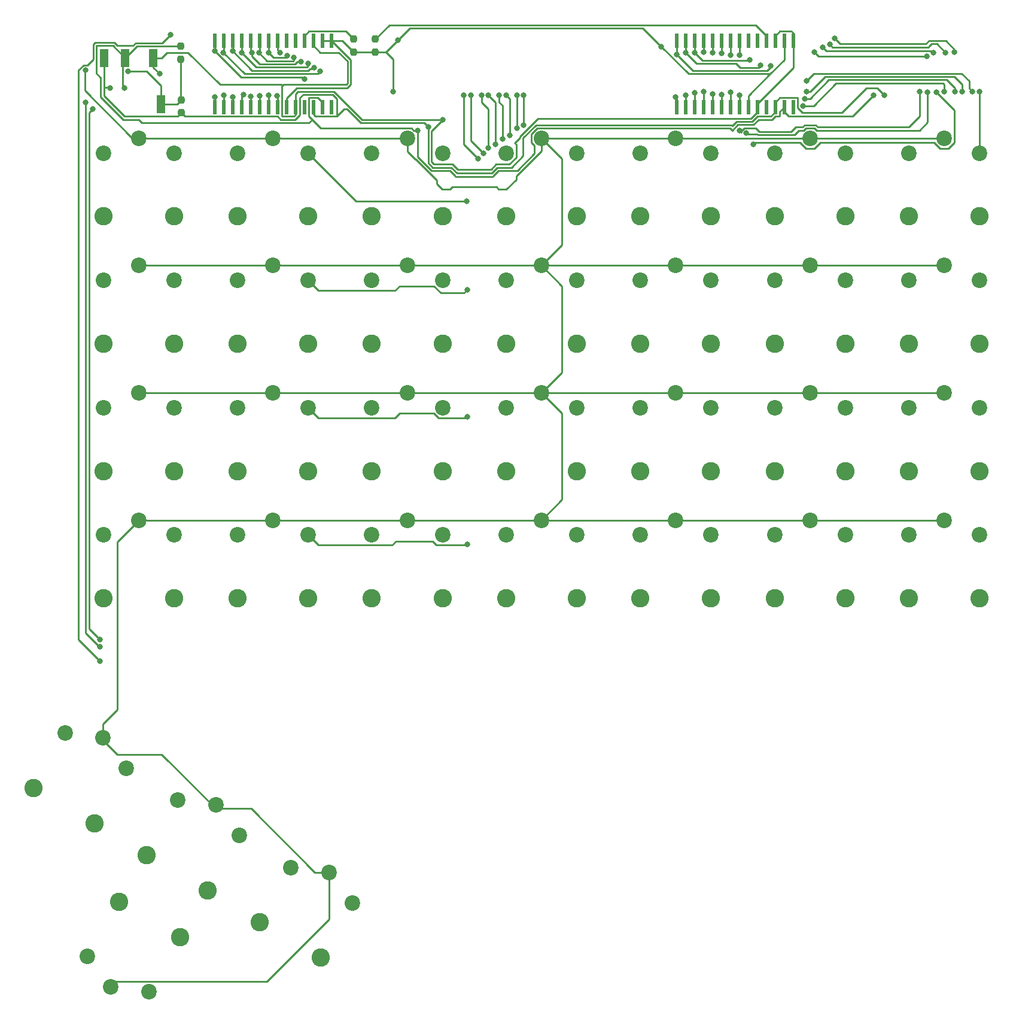
<source format=gbr>
%TF.GenerationSoftware,KiCad,Pcbnew,(6.0.11)*%
%TF.CreationDate,2023-06-02T23:59:17-07:00*%
%TF.ProjectId,MageV2,4d616765-5632-42e6-9b69-6361645f7063,rev?*%
%TF.SameCoordinates,Original*%
%TF.FileFunction,Copper,L1,Top*%
%TF.FilePolarity,Positive*%
%FSLAX46Y46*%
G04 Gerber Fmt 4.6, Leading zero omitted, Abs format (unit mm)*
G04 Created by KiCad (PCBNEW (6.0.11)) date 2023-06-02 23:59:17*
%MOMM*%
%LPD*%
G01*
G04 APERTURE LIST*
G04 Aperture macros list*
%AMRoundRect*
0 Rectangle with rounded corners*
0 $1 Rounding radius*
0 $2 $3 $4 $5 $6 $7 $8 $9 X,Y pos of 4 corners*
0 Add a 4 corners polygon primitive as box body*
4,1,4,$2,$3,$4,$5,$6,$7,$8,$9,$2,$3,0*
0 Add four circle primitives for the rounded corners*
1,1,$1+$1,$2,$3*
1,1,$1+$1,$4,$5*
1,1,$1+$1,$6,$7*
1,1,$1+$1,$8,$9*
0 Add four rect primitives between the rounded corners*
20,1,$1+$1,$2,$3,$4,$5,0*
20,1,$1+$1,$4,$5,$6,$7,0*
20,1,$1+$1,$6,$7,$8,$9,0*
20,1,$1+$1,$8,$9,$2,$3,0*%
G04 Aperture macros list end*
%TA.AperFunction,ComponentPad*%
%ADD10C,2.600000*%
%TD*%
%TA.AperFunction,ComponentPad*%
%ADD11C,2.200000*%
%TD*%
%TA.AperFunction,SMDPad,CuDef*%
%ADD12RoundRect,0.237500X-0.237500X0.250000X-0.237500X-0.250000X0.237500X-0.250000X0.237500X0.250000X0*%
%TD*%
%TA.AperFunction,SMDPad,CuDef*%
%ADD13R,1.200000X2.500000*%
%TD*%
%TA.AperFunction,SMDPad,CuDef*%
%ADD14R,0.600000X2.000000*%
%TD*%
%TA.AperFunction,SMDPad,CuDef*%
%ADD15RoundRect,0.237500X0.237500X-0.250000X0.237500X0.250000X-0.237500X0.250000X-0.237500X-0.250000X0*%
%TD*%
%TA.AperFunction,ViaPad*%
%ADD16C,0.800000*%
%TD*%
%TA.AperFunction,Conductor*%
%ADD17C,0.250000*%
%TD*%
G04 APERTURE END LIST*
D10*
%TO.P,SW25,*%
%TO.N,*%
X84000000Y-60150000D03*
D11*
%TO.P,SW25,1,1*%
%TO.N,+5V*%
X89000000Y-49100000D03*
%TO.P,SW25,2,2*%
%TO.N,Net-(SW25-Pad2)*%
X94000000Y-51200000D03*
%TD*%
D10*
%TO.P,SW5,*%
%TO.N,*%
X179000000Y-60150000D03*
D11*
%TO.P,SW5,1,1*%
%TO.N,+5V*%
X184000000Y-49100000D03*
%TO.P,SW5,2,2*%
%TO.N,Net-(SW37-Pad2)*%
X189000000Y-51200000D03*
%TD*%
D10*
%TO.P,SW12,*%
%TO.N,*%
X160000000Y-114150000D03*
D11*
%TO.P,SW12,1,1*%
%TO.N,+5V*%
X165000000Y-103100000D03*
%TO.P,SW12,2,2*%
%TO.N,Net-(SW12-Pad2)*%
X170000000Y-105200000D03*
%TD*%
D10*
%TO.P,SW6,*%
%TO.N,*%
X179000000Y-78150000D03*
D11*
%TO.P,SW6,1,1*%
%TO.N,+5V*%
X184000000Y-67100000D03*
%TO.P,SW6,2,2*%
%TO.N,Net-(SW38-Pad2)*%
X189000000Y-69200000D03*
%TD*%
D10*
%TO.P,SW7,*%
%TO.N,*%
X179000000Y-96150000D03*
D11*
%TO.P,SW7,1,1*%
%TO.N,+5V*%
X184000000Y-85100000D03*
%TO.P,SW7,2,2*%
%TO.N,Net-(SW39-Pad2)*%
X189000000Y-87200000D03*
%TD*%
D10*
%TO.P,SW19,*%
%TO.N,*%
X122000000Y-96150000D03*
D11*
%TO.P,SW19,1,1*%
%TO.N,+5V*%
X127000000Y-85100000D03*
%TO.P,SW19,2,2*%
%TO.N,Net-(SW19-Pad2)*%
X132000000Y-87200000D03*
%TD*%
D12*
%TO.P,R2,1*%
%TO.N,/SDA*%
X94935000Y-36087500D03*
%TO.P,R2,2*%
%TO.N,+5V*%
X94935000Y-37912500D03*
%TD*%
D10*
%TO.P,SW3,*%
%TO.N,*%
X198000000Y-96150000D03*
D11*
%TO.P,SW3,1,1*%
%TO.N,+5V*%
X203000000Y-85100000D03*
%TO.P,SW3,2,2*%
%TO.N,Net-(SW3-Pad2)*%
X208000000Y-87200000D03*
%TD*%
D10*
%TO.P,SW9,*%
%TO.N,*%
X160000000Y-60150000D03*
D11*
%TO.P,SW9,1,1*%
%TO.N,+5V*%
X165000000Y-49100000D03*
%TO.P,SW9,2,2*%
%TO.N,Net-(SW41-Pad2)*%
X170000000Y-51200000D03*
%TD*%
D10*
%TO.P,SW14,*%
%TO.N,*%
X141000000Y-78150000D03*
D11*
%TO.P,SW14,1,1*%
%TO.N,+5V*%
X146000000Y-67100000D03*
%TO.P,SW14,2,2*%
%TO.N,Net-(SW14-Pad2)*%
X151000000Y-69200000D03*
%TD*%
D10*
%TO.P,SW1,*%
%TO.N,*%
X198000000Y-60150000D03*
D11*
%TO.P,SW1,1,1*%
%TO.N,+5V*%
X203000000Y-49100000D03*
%TO.P,SW1,2,2*%
%TO.N,Net-(SW1-Pad2)*%
X208000000Y-51200000D03*
%TD*%
D10*
%TO.P,SW32,*%
%TO.N,*%
X106094873Y-159960031D03*
D11*
%TO.P,SW32,1,1*%
%TO.N,+5V*%
X115950000Y-152890450D03*
%TO.P,SW32,2,2*%
%TO.N,Net-(SW32-Pad2)*%
X119230127Y-157209103D03*
%TD*%
D10*
%TO.P,SW20,*%
%TO.N,*%
X122000000Y-114150000D03*
D11*
%TO.P,SW20,1,1*%
%TO.N,+5V*%
X127000000Y-103100000D03*
%TO.P,SW20,2,2*%
%TO.N,Net-(SW20-Pad2)*%
X132000000Y-105200000D03*
%TD*%
D10*
%TO.P,SW29,*%
%TO.N,*%
X74094873Y-140960031D03*
D11*
%TO.P,SW29,1,1*%
%TO.N,+5V*%
X83950000Y-133890450D03*
%TO.P,SW29,2,2*%
%TO.N,Net-(SW29-Pad2)*%
X87230127Y-138209103D03*
%TD*%
D10*
%TO.P,SW10,*%
%TO.N,*%
X160000000Y-78150000D03*
D11*
%TO.P,SW10,1,1*%
%TO.N,+5V*%
X165000000Y-67100000D03*
%TO.P,SW10,2,2*%
%TO.N,Net-(SW10-Pad2)*%
X170000000Y-69200000D03*
%TD*%
D13*
%TO.P,J1,R1*%
%TO.N,/SDA*%
X87095000Y-37750000D03*
%TO.P,J1,R2*%
%TO.N,/SCK*%
X84095000Y-37750000D03*
%TO.P,J1,S*%
%TO.N,+5V*%
X92195000Y-44250000D03*
%TO.P,J1,T*%
%TO.N,GND*%
X91095000Y-37750000D03*
%TD*%
D10*
%TO.P,SW8,*%
%TO.N,*%
X179000000Y-114150000D03*
D11*
%TO.P,SW8,1,1*%
%TO.N,+5V*%
X184000000Y-103100000D03*
%TO.P,SW8,2,2*%
%TO.N,Net-(SW40-Pad2)*%
X189000000Y-105200000D03*
%TD*%
D10*
%TO.P,SW31,*%
%TO.N,*%
X90094873Y-150460031D03*
D11*
%TO.P,SW31,1,1*%
%TO.N,+5V*%
X99950000Y-143390450D03*
%TO.P,SW31,2,2*%
%TO.N,Net-(SW31-Pad2)*%
X103230127Y-147709103D03*
%TD*%
D10*
%TO.P,SW15,*%
%TO.N,*%
X141000000Y-96150000D03*
D11*
%TO.P,SW15,1,1*%
%TO.N,+5V*%
X146000000Y-85100000D03*
%TO.P,SW15,2,2*%
%TO.N,Net-(SW15-Pad2)*%
X151000000Y-87200000D03*
%TD*%
D10*
%TO.P,SW2,*%
%TO.N,*%
X198000000Y-78150000D03*
D11*
%TO.P,SW2,1,1*%
%TO.N,+5V*%
X203000000Y-67100000D03*
%TO.P,SW2,2,2*%
%TO.N,Net-(SW2-Pad2)*%
X208000000Y-69200000D03*
%TD*%
D12*
%TO.P,R3,1*%
%TO.N,/Reset 1*%
X122500000Y-35087500D03*
%TO.P,R3,2*%
%TO.N,+5V*%
X122500000Y-36912500D03*
%TD*%
D14*
%TO.P,U1,1,GPB0*%
%TO.N,Net-(SW1-Pad2)*%
X165110000Y-44700000D03*
%TO.P,U1,2,GPB1*%
%TO.N,Net-(SW2-Pad2)*%
X166380000Y-44700000D03*
%TO.P,U1,3,GPB2*%
%TO.N,Net-(SW3-Pad2)*%
X167650000Y-44700000D03*
%TO.P,U1,4,GPB3*%
%TO.N,Net-(SW36-Pad2)*%
X168920000Y-44700000D03*
%TO.P,U1,5,GPB4*%
%TO.N,Net-(SW37-Pad2)*%
X170190000Y-44700000D03*
%TO.P,U1,6,GPB5*%
%TO.N,Net-(SW38-Pad2)*%
X171460000Y-44700000D03*
%TO.P,U1,7,GPB6*%
%TO.N,Net-(SW39-Pad2)*%
X172730000Y-44700000D03*
%TO.P,U1,8,GPB7*%
%TO.N,Net-(SW40-Pad2)*%
X174000000Y-44700000D03*
%TO.P,U1,9,VDD*%
%TO.N,+5V*%
X175270000Y-44700000D03*
%TO.P,U1,10,VSS*%
%TO.N,GND*%
X176540000Y-44700000D03*
%TO.P,U1,11,NC*%
%TO.N,unconnected-(U1-Pad11)*%
X177810000Y-44700000D03*
%TO.P,U1,12,SCK*%
%TO.N,/SCK*%
X179080000Y-44700000D03*
%TO.P,U1,13,SDA*%
%TO.N,/SDA*%
X180350000Y-44700000D03*
%TO.P,U1,14,NC*%
%TO.N,unconnected-(U1-Pad14)*%
X181620000Y-44700000D03*
%TO.P,U1,15,A0*%
%TO.N,GND*%
X181620000Y-35300000D03*
%TO.P,U1,16,A1*%
%TO.N,+5V*%
X180350000Y-35300000D03*
%TO.P,U1,17,A2*%
%TO.N,GND*%
X179080000Y-35300000D03*
%TO.P,U1,18,~{RESET}*%
%TO.N,/Reset 1*%
X177810000Y-35300000D03*
%TO.P,U1,19,INTB*%
%TO.N,unconnected-(U1-Pad19)*%
X176540000Y-35300000D03*
%TO.P,U1,20,INTA*%
%TO.N,unconnected-(U1-Pad20)*%
X175270000Y-35300000D03*
%TO.P,U1,21,GPA0*%
%TO.N,Net-(SW41-Pad2)*%
X174000000Y-35300000D03*
%TO.P,U1,22,GPA1*%
%TO.N,Net-(SW10-Pad2)*%
X172730000Y-35300000D03*
%TO.P,U1,23,GPA2*%
%TO.N,Net-(SW11-Pad2)*%
X171460000Y-35300000D03*
%TO.P,U1,24,GPA3*%
%TO.N,Net-(SW12-Pad2)*%
X170190000Y-35300000D03*
%TO.P,U1,25,GPA4*%
%TO.N,Net-(SW13-Pad2)*%
X168920000Y-35300000D03*
%TO.P,U1,26,GPA5*%
%TO.N,Net-(SW14-Pad2)*%
X167650000Y-35300000D03*
%TO.P,U1,27,GPA6*%
%TO.N,Net-(SW15-Pad2)*%
X166380000Y-35300000D03*
%TO.P,U1,28,GPA7*%
%TO.N,Net-(SW16-Pad2)*%
X165110000Y-35300000D03*
%TD*%
D10*
%TO.P,SW11,*%
%TO.N,*%
X160000000Y-96150000D03*
D11*
%TO.P,SW11,1,1*%
%TO.N,+5V*%
X165000000Y-85100000D03*
%TO.P,SW11,2,2*%
%TO.N,Net-(SW11-Pad2)*%
X170000000Y-87200000D03*
%TD*%
D10*
%TO.P,SW30,*%
%TO.N,*%
X94905127Y-162039969D03*
D11*
%TO.P,SW30,1,1*%
%TO.N,+5V*%
X85050000Y-169109550D03*
%TO.P,SW30,2,2*%
%TO.N,Net-(SW30-Pad2)*%
X81769873Y-164790897D03*
%TD*%
D12*
%TO.P,R4,1*%
%TO.N,/Reset 2*%
X119412500Y-35087500D03*
%TO.P,R4,2*%
%TO.N,+5V*%
X119412500Y-36912500D03*
%TD*%
D10*
%TO.P,SW22,*%
%TO.N,*%
X103000000Y-78150000D03*
D11*
%TO.P,SW22,1,1*%
%TO.N,+5V*%
X108000000Y-67100000D03*
%TO.P,SW22,2,2*%
%TO.N,Net-(SW22-Pad2)*%
X113000000Y-69200000D03*
%TD*%
D10*
%TO.P,SW4,*%
%TO.N,*%
X198000000Y-114150000D03*
D11*
%TO.P,SW4,1,1*%
%TO.N,+5V*%
X203000000Y-103100000D03*
%TO.P,SW4,2,2*%
%TO.N,Net-(SW36-Pad2)*%
X208000000Y-105200000D03*
%TD*%
D10*
%TO.P,SW21,*%
%TO.N,*%
X103000000Y-60150000D03*
D11*
%TO.P,SW21,1,1*%
%TO.N,+5V*%
X108000000Y-49100000D03*
%TO.P,SW21,2,2*%
%TO.N,Net-(SW21-Pad2)*%
X113000000Y-51200000D03*
%TD*%
D10*
%TO.P,SW17,*%
%TO.N,*%
X122000000Y-60150000D03*
D11*
%TO.P,SW17,1,1*%
%TO.N,+5V*%
X127000000Y-49100000D03*
%TO.P,SW17,2,2*%
%TO.N,Net-(SW17-Pad2)*%
X132000000Y-51200000D03*
%TD*%
D10*
%TO.P,SW16,*%
%TO.N,*%
X141000000Y-114150000D03*
D11*
%TO.P,SW16,1,1*%
%TO.N,+5V*%
X146000000Y-103100000D03*
%TO.P,SW16,2,2*%
%TO.N,Net-(SW16-Pad2)*%
X151000000Y-105200000D03*
%TD*%
D15*
%TO.P,R1,1*%
%TO.N,/SCK*%
X95000000Y-45490552D03*
%TO.P,R1,2*%
%TO.N,+5V*%
X95000000Y-43665552D03*
%TD*%
D10*
%TO.P,SW26,*%
%TO.N,*%
X84000000Y-78150000D03*
D11*
%TO.P,SW26,1,1*%
%TO.N,+5V*%
X89000000Y-67100000D03*
%TO.P,SW26,2,2*%
%TO.N,Net-(SW26-Pad2)*%
X94000000Y-69200000D03*
%TD*%
D14*
%TO.P,U2,1,GPB0*%
%TO.N,Net-(SW17-Pad2)*%
X99745000Y-44700000D03*
%TO.P,U2,2,GPB1*%
%TO.N,Net-(SW18-Pad2)*%
X101015000Y-44700000D03*
%TO.P,U2,3,GPB2*%
%TO.N,Net-(SW19-Pad2)*%
X102285000Y-44700000D03*
%TO.P,U2,4,GPB3*%
%TO.N,Net-(SW20-Pad2)*%
X103555000Y-44700000D03*
%TO.P,U2,5,GPB4*%
%TO.N,Net-(SW21-Pad2)*%
X104825000Y-44700000D03*
%TO.P,U2,6,GPB5*%
%TO.N,Net-(SW22-Pad2)*%
X106095000Y-44700000D03*
%TO.P,U2,7,GPB6*%
%TO.N,Net-(SW23-Pad2)*%
X107365000Y-44700000D03*
%TO.P,U2,8,GPB7*%
%TO.N,Net-(SW24-Pad2)*%
X108635000Y-44700000D03*
%TO.P,U2,9,VDD*%
%TO.N,+5V*%
X109905000Y-44700000D03*
%TO.P,U2,10,VSS*%
%TO.N,GND*%
X111175000Y-44700000D03*
%TO.P,U2,11,NC*%
%TO.N,unconnected-(U2-Pad11)*%
X112445000Y-44700000D03*
%TO.P,U2,12,SCK*%
%TO.N,/SCK*%
X113715000Y-44700000D03*
%TO.P,U2,13,SDA*%
%TO.N,/SDA*%
X114985000Y-44700000D03*
%TO.P,U2,14,NC*%
%TO.N,unconnected-(U2-Pad14)*%
X116255000Y-44700000D03*
%TO.P,U2,15,A0*%
%TO.N,+5V*%
X116255000Y-35300000D03*
%TO.P,U2,16,A1*%
X114985000Y-35300000D03*
%TO.P,U2,17,A2*%
%TO.N,GND*%
X113715000Y-35300000D03*
%TO.P,U2,18,~{RESET}*%
%TO.N,/Reset 2*%
X112445000Y-35300000D03*
%TO.P,U2,19,INTB*%
%TO.N,unconnected-(U2-Pad19)*%
X111175000Y-35300000D03*
%TO.P,U2,20,INTA*%
%TO.N,unconnected-(U2-Pad20)*%
X109905000Y-35300000D03*
%TO.P,U2,21,GPA0*%
%TO.N,Net-(SW25-Pad2)*%
X108635000Y-35300000D03*
%TO.P,U2,22,GPA1*%
%TO.N,Net-(SW26-Pad2)*%
X107365000Y-35300000D03*
%TO.P,U2,23,GPA2*%
%TO.N,Net-(SW27-Pad2)*%
X106095000Y-35300000D03*
%TO.P,U2,24,GPA3*%
%TO.N,Net-(SW28-Pad2)*%
X104825000Y-35300000D03*
%TO.P,U2,25,GPA4*%
%TO.N,Net-(SW29-Pad2)*%
X103555000Y-35300000D03*
%TO.P,U2,26,GPA5*%
%TO.N,Net-(SW30-Pad2)*%
X102285000Y-35300000D03*
%TO.P,U2,27,GPA6*%
%TO.N,Net-(SW31-Pad2)*%
X101015000Y-35300000D03*
%TO.P,U2,28,GPA7*%
%TO.N,Net-(SW32-Pad2)*%
X99745000Y-35300000D03*
%TD*%
D10*
%TO.P,SW24,*%
%TO.N,*%
X103000000Y-114150000D03*
D11*
%TO.P,SW24,1,1*%
%TO.N,+5V*%
X108000000Y-103100000D03*
%TO.P,SW24,2,2*%
%TO.N,Net-(SW24-Pad2)*%
X113000000Y-105200000D03*
%TD*%
D10*
%TO.P,SW18,*%
%TO.N,*%
X122000000Y-78150000D03*
D11*
%TO.P,SW18,1,1*%
%TO.N,+5V*%
X127000000Y-67100000D03*
%TO.P,SW18,2,2*%
%TO.N,Net-(SW18-Pad2)*%
X132000000Y-69200000D03*
%TD*%
D10*
%TO.P,SW27,*%
%TO.N,*%
X84000000Y-96150000D03*
D11*
%TO.P,SW27,1,1*%
%TO.N,+5V*%
X89000000Y-85100000D03*
%TO.P,SW27,2,2*%
%TO.N,Net-(SW27-Pad2)*%
X94000000Y-87200000D03*
%TD*%
D10*
%TO.P,SW28,*%
%TO.N,*%
X84000000Y-114150000D03*
D11*
%TO.P,SW28,1,1*%
%TO.N,+5V*%
X89000000Y-103100000D03*
%TO.P,SW28,2,2*%
%TO.N,Net-(SW28-Pad2)*%
X94000000Y-105200000D03*
%TD*%
D10*
%TO.P,SW13,*%
%TO.N,*%
X141000000Y-60150000D03*
D11*
%TO.P,SW13,1,1*%
%TO.N,+5V*%
X146000000Y-49100000D03*
%TO.P,SW13,2,2*%
%TO.N,Net-(SW13-Pad2)*%
X151000000Y-51200000D03*
%TD*%
D10*
%TO.P,SW23,*%
%TO.N,*%
X103000000Y-96150000D03*
D11*
%TO.P,SW23,1,1*%
%TO.N,+5V*%
X108000000Y-85100000D03*
%TO.P,SW23,2,2*%
%TO.N,Net-(SW23-Pad2)*%
X113000000Y-87200000D03*
%TD*%
D10*
%TO.P,SW38,*%
%TO.N,*%
X189000000Y-78150000D03*
D11*
%TO.P,SW38,1,1*%
%TO.N,+5V*%
X184000000Y-67100000D03*
%TO.P,SW38,2,2*%
%TO.N,Net-(SW38-Pad2)*%
X179000000Y-69200000D03*
%TD*%
D10*
%TO.P,SW57,*%
%TO.N,*%
X94000000Y-60150000D03*
D11*
%TO.P,SW57,1,1*%
%TO.N,+5V*%
X89000000Y-49100000D03*
%TO.P,SW57,2,2*%
%TO.N,Net-(SW25-Pad2)*%
X84000000Y-51200000D03*
%TD*%
D10*
%TO.P,SW47,*%
%TO.N,*%
X151000000Y-96150000D03*
D11*
%TO.P,SW47,1,1*%
%TO.N,+5V*%
X146000000Y-85100000D03*
%TO.P,SW47,2,2*%
%TO.N,Net-(SW15-Pad2)*%
X141000000Y-87200000D03*
%TD*%
D10*
%TO.P,SW45,*%
%TO.N,*%
X151000000Y-60150000D03*
D11*
%TO.P,SW45,1,1*%
%TO.N,+5V*%
X146000000Y-49100000D03*
%TO.P,SW45,2,2*%
%TO.N,Net-(SW13-Pad2)*%
X141000000Y-51200000D03*
%TD*%
D10*
%TO.P,SW37,*%
%TO.N,*%
X189000000Y-60150000D03*
D11*
%TO.P,SW37,1,1*%
%TO.N,+5V*%
X184000000Y-49100000D03*
%TO.P,SW37,2,2*%
%TO.N,Net-(SW37-Pad2)*%
X179000000Y-51200000D03*
%TD*%
D10*
%TO.P,SW33,*%
%TO.N,*%
X208000000Y-60150000D03*
D11*
%TO.P,SW33,1,1*%
%TO.N,+5V*%
X203000000Y-49100000D03*
%TO.P,SW33,2,2*%
%TO.N,Net-(SW1-Pad2)*%
X198000000Y-51200000D03*
%TD*%
D10*
%TO.P,SW42,*%
%TO.N,*%
X170000000Y-78150000D03*
D11*
%TO.P,SW42,1,1*%
%TO.N,+5V*%
X165000000Y-67100000D03*
%TO.P,SW42,2,2*%
%TO.N,Net-(SW10-Pad2)*%
X160000000Y-69200000D03*
%TD*%
D10*
%TO.P,SW35,*%
%TO.N,*%
X208000000Y-96150000D03*
D11*
%TO.P,SW35,1,1*%
%TO.N,+5V*%
X203000000Y-85100000D03*
%TO.P,SW35,2,2*%
%TO.N,Net-(SW3-Pad2)*%
X198000000Y-87200000D03*
%TD*%
D10*
%TO.P,SW34,*%
%TO.N,*%
X208000000Y-78150000D03*
D11*
%TO.P,SW34,1,1*%
%TO.N,+5V*%
X203000000Y-67100000D03*
%TO.P,SW34,2,2*%
%TO.N,Net-(SW2-Pad2)*%
X198000000Y-69200000D03*
%TD*%
D10*
%TO.P,SW63,*%
%TO.N,*%
X98755127Y-155460031D03*
D11*
%TO.P,SW63,1,1*%
%TO.N,+5V*%
X99950000Y-143390450D03*
%TO.P,SW63,2,2*%
%TO.N,Net-(SW31-Pad2)*%
X94569873Y-142709103D03*
%TD*%
D10*
%TO.P,SW49,*%
%TO.N,*%
X132000000Y-60150000D03*
D11*
%TO.P,SW49,1,1*%
%TO.N,+5V*%
X127000000Y-49100000D03*
%TO.P,SW49,2,2*%
%TO.N,Net-(SW17-Pad2)*%
X122000000Y-51200000D03*
%TD*%
D10*
%TO.P,SW55,*%
%TO.N,*%
X113000000Y-96150000D03*
D11*
%TO.P,SW55,1,1*%
%TO.N,+5V*%
X108000000Y-85100000D03*
%TO.P,SW55,2,2*%
%TO.N,Net-(SW23-Pad2)*%
X103000000Y-87200000D03*
%TD*%
D10*
%TO.P,SW53,*%
%TO.N,*%
X113000000Y-60150000D03*
D11*
%TO.P,SW53,1,1*%
%TO.N,+5V*%
X108000000Y-49100000D03*
%TO.P,SW53,2,2*%
%TO.N,Net-(SW21-Pad2)*%
X103000000Y-51200000D03*
%TD*%
D10*
%TO.P,SW40,*%
%TO.N,*%
X189000000Y-114150000D03*
D11*
%TO.P,SW40,1,1*%
%TO.N,+5V*%
X184000000Y-103100000D03*
%TO.P,SW40,2,2*%
%TO.N,Net-(SW40-Pad2)*%
X179000000Y-105200000D03*
%TD*%
D10*
%TO.P,SW43,*%
%TO.N,*%
X170000000Y-96150000D03*
D11*
%TO.P,SW43,1,1*%
%TO.N,+5V*%
X165000000Y-85100000D03*
%TO.P,SW43,2,2*%
%TO.N,Net-(SW11-Pad2)*%
X160000000Y-87200000D03*
%TD*%
D10*
%TO.P,SW56,*%
%TO.N,*%
X113000000Y-114150000D03*
D11*
%TO.P,SW56,1,1*%
%TO.N,+5V*%
X108000000Y-103100000D03*
%TO.P,SW56,2,2*%
%TO.N,Net-(SW24-Pad2)*%
X103000000Y-105200000D03*
%TD*%
D10*
%TO.P,SW46,*%
%TO.N,*%
X151000000Y-78150000D03*
D11*
%TO.P,SW46,1,1*%
%TO.N,+5V*%
X146000000Y-67100000D03*
%TO.P,SW46,2,2*%
%TO.N,Net-(SW14-Pad2)*%
X141000000Y-69200000D03*
%TD*%
D10*
%TO.P,SW51,*%
%TO.N,*%
X132000000Y-96150000D03*
D11*
%TO.P,SW51,1,1*%
%TO.N,+5V*%
X127000000Y-85100000D03*
%TO.P,SW51,2,2*%
%TO.N,Net-(SW19-Pad2)*%
X122000000Y-87200000D03*
%TD*%
D10*
%TO.P,SW50,*%
%TO.N,*%
X132000000Y-78150000D03*
D11*
%TO.P,SW50,1,1*%
%TO.N,+5V*%
X127000000Y-67100000D03*
%TO.P,SW50,2,2*%
%TO.N,Net-(SW18-Pad2)*%
X122000000Y-69200000D03*
%TD*%
D10*
%TO.P,SW62,*%
%TO.N,*%
X86244873Y-157039969D03*
D11*
%TO.P,SW62,1,1*%
%TO.N,+5V*%
X85050000Y-169109550D03*
%TO.P,SW62,2,2*%
%TO.N,Net-(SW30-Pad2)*%
X90430127Y-169790897D03*
%TD*%
D10*
%TO.P,SW64,*%
%TO.N,*%
X114755127Y-164960031D03*
D11*
%TO.P,SW64,1,1*%
%TO.N,+5V*%
X115950000Y-152890450D03*
%TO.P,SW64,2,2*%
%TO.N,Net-(SW32-Pad2)*%
X110569873Y-152209103D03*
%TD*%
D10*
%TO.P,SW54,*%
%TO.N,*%
X113000000Y-78150000D03*
D11*
%TO.P,SW54,1,1*%
%TO.N,+5V*%
X108000000Y-67100000D03*
%TO.P,SW54,2,2*%
%TO.N,Net-(SW22-Pad2)*%
X103000000Y-69200000D03*
%TD*%
D10*
%TO.P,SW60,*%
%TO.N,*%
X94000000Y-114150000D03*
D11*
%TO.P,SW60,1,1*%
%TO.N,+5V*%
X89000000Y-103100000D03*
%TO.P,SW60,2,2*%
%TO.N,Net-(SW28-Pad2)*%
X84000000Y-105200000D03*
%TD*%
D10*
%TO.P,SW41,*%
%TO.N,*%
X170000000Y-60150000D03*
D11*
%TO.P,SW41,1,1*%
%TO.N,+5V*%
X165000000Y-49100000D03*
%TO.P,SW41,2,2*%
%TO.N,Net-(SW41-Pad2)*%
X160000000Y-51200000D03*
%TD*%
D10*
%TO.P,SW59,*%
%TO.N,*%
X94000000Y-96150000D03*
D11*
%TO.P,SW59,1,1*%
%TO.N,+5V*%
X89000000Y-85100000D03*
%TO.P,SW59,2,2*%
%TO.N,Net-(SW27-Pad2)*%
X84000000Y-87200000D03*
%TD*%
D10*
%TO.P,SW36,*%
%TO.N,*%
X208000000Y-114150000D03*
D11*
%TO.P,SW36,1,1*%
%TO.N,+5V*%
X203000000Y-103100000D03*
%TO.P,SW36,2,2*%
%TO.N,Net-(SW36-Pad2)*%
X198000000Y-105200000D03*
%TD*%
D10*
%TO.P,SW61,*%
%TO.N,*%
X82755127Y-145960031D03*
D11*
%TO.P,SW61,1,1*%
%TO.N,+5V*%
X83950000Y-133890450D03*
%TO.P,SW61,2,2*%
%TO.N,Net-(SW29-Pad2)*%
X78569873Y-133209103D03*
%TD*%
D10*
%TO.P,SW48,*%
%TO.N,*%
X151000000Y-114150000D03*
D11*
%TO.P,SW48,1,1*%
%TO.N,+5V*%
X146000000Y-103100000D03*
%TO.P,SW48,2,2*%
%TO.N,Net-(SW16-Pad2)*%
X141000000Y-105200000D03*
%TD*%
D10*
%TO.P,SW52,*%
%TO.N,*%
X132000000Y-114150000D03*
D11*
%TO.P,SW52,1,1*%
%TO.N,+5V*%
X127000000Y-103100000D03*
%TO.P,SW52,2,2*%
%TO.N,Net-(SW20-Pad2)*%
X122000000Y-105200000D03*
%TD*%
D10*
%TO.P,SW44,*%
%TO.N,*%
X170000000Y-114150000D03*
D11*
%TO.P,SW44,1,1*%
%TO.N,+5V*%
X165000000Y-103100000D03*
%TO.P,SW44,2,2*%
%TO.N,Net-(SW12-Pad2)*%
X160000000Y-105200000D03*
%TD*%
D10*
%TO.P,SW39,*%
%TO.N,*%
X189000000Y-96150000D03*
D11*
%TO.P,SW39,1,1*%
%TO.N,+5V*%
X184000000Y-85100000D03*
%TO.P,SW39,2,2*%
%TO.N,Net-(SW39-Pad2)*%
X179000000Y-87200000D03*
%TD*%
D10*
%TO.P,SW58,*%
%TO.N,*%
X94000000Y-78150000D03*
D11*
%TO.P,SW58,1,1*%
%TO.N,+5V*%
X89000000Y-67100000D03*
%TO.P,SW58,2,2*%
%TO.N,Net-(SW26-Pad2)*%
X84000000Y-69200000D03*
%TD*%
D16*
%TO.N,/SDA*%
X81500000Y-44000000D03*
X87000000Y-42000000D03*
X83500000Y-121000000D03*
X128500000Y-48000000D03*
X193000000Y-43000000D03*
%TO.N,/SCK*%
X130000000Y-47500000D03*
X82500000Y-45000000D03*
X83500000Y-120000000D03*
X85000000Y-42000000D03*
X194500000Y-43000000D03*
%TO.N,+5V*%
X87500000Y-39599502D03*
X81500000Y-39500000D03*
X162911160Y-36139627D03*
X125706250Y-35206250D03*
X125000000Y-42500000D03*
%TO.N,GND*%
X132000000Y-46500000D03*
X83500000Y-123000000D03*
X92000000Y-40000000D03*
X93500000Y-34500000D03*
%TO.N,Net-(SW1-Pad2)*%
X208000000Y-42500000D03*
X165000000Y-43255000D03*
%TO.N,Net-(SW2-Pad2)*%
X183487701Y-41012299D03*
X166380000Y-42985000D03*
X207000000Y-42500000D03*
%TO.N,Net-(SW3-Pad2)*%
X205500000Y-42500000D03*
X183475825Y-42500000D03*
X167650000Y-42715000D03*
%TO.N,Net-(SW10-Pad2)*%
X172730000Y-37365000D03*
X200500000Y-37500000D03*
X184599848Y-36900152D03*
%TO.N,Net-(SW11-Pad2)*%
X171460000Y-37095000D03*
X185817342Y-36274500D03*
X201500000Y-37000000D03*
%TO.N,Net-(SW12-Pad2)*%
X203175000Y-37000000D03*
X186793245Y-35824500D03*
X170190000Y-37000000D03*
%TO.N,Net-(SW13-Pad2)*%
X204437002Y-36937002D03*
X187500000Y-35000000D03*
X168920000Y-36920000D03*
%TO.N,Net-(SW14-Pad2)*%
X167650000Y-37000000D03*
X175500000Y-38000000D03*
%TO.N,Net-(SW15-Pad2)*%
X166380000Y-36985000D03*
X177000000Y-38825500D03*
%TO.N,Net-(SW16-Pad2)*%
X165110000Y-37255000D03*
X178420201Y-38850500D03*
%TO.N,Net-(SW17-Pad2)*%
X143500000Y-43000000D03*
X143500000Y-47224500D03*
X99745000Y-43255000D03*
%TO.N,Net-(SW18-Pad2)*%
X101015000Y-43015000D03*
X142500000Y-47674500D03*
X142500000Y-43000000D03*
%TO.N,Net-(SW19-Pad2)*%
X141500000Y-48724500D03*
X141000000Y-43000000D03*
X102285000Y-43285000D03*
%TO.N,Net-(SW20-Pad2)*%
X140000000Y-43000000D03*
X140500000Y-49224500D03*
X103847253Y-42967599D03*
%TO.N,Net-(SW21-Pad2)*%
X135449501Y-58000000D03*
X139500000Y-49949000D03*
X138500000Y-43000000D03*
X104825000Y-43175000D03*
%TO.N,Net-(SW22-Pad2)*%
X135500000Y-70500000D03*
X138500000Y-50500000D03*
X106095000Y-43095000D03*
X137500000Y-43000000D03*
%TO.N,Net-(SW23-Pad2)*%
X137793245Y-51224500D03*
X135500000Y-88500000D03*
X136000000Y-43000000D03*
X107365000Y-43000000D03*
%TO.N,Net-(SW24-Pad2)*%
X135500000Y-106500000D03*
X137000000Y-52000000D03*
X108555500Y-43079500D03*
X135000000Y-43000000D03*
%TO.N,Net-(SW25-Pad2)*%
X109000000Y-37000000D03*
%TO.N,Net-(SW26-Pad2)*%
X107365000Y-37000000D03*
X110000000Y-37450500D03*
%TO.N,Net-(SW27-Pad2)*%
X110964336Y-37713295D03*
X106000000Y-37000000D03*
%TO.N,Net-(SW28-Pad2)*%
X105000000Y-37000000D03*
X112000000Y-38249500D03*
%TO.N,Net-(SW29-Pad2)*%
X113000000Y-38574500D03*
X103555000Y-37000000D03*
%TO.N,Net-(SW30-Pad2)*%
X113831728Y-39149500D03*
X102285000Y-36715000D03*
%TO.N,Net-(SW31-Pad2)*%
X114716873Y-39613747D03*
X101000614Y-36984781D03*
%TO.N,Net-(SW32-Pad2)*%
X112500000Y-40699500D03*
X99745000Y-36745000D03*
%TO.N,Net-(SW36-Pad2)*%
X168920000Y-42555000D03*
X183250000Y-43500000D03*
X204500000Y-42500000D03*
%TO.N,Net-(SW37-Pad2)*%
X182987701Y-44512299D03*
X170190000Y-42825000D03*
X203000000Y-42500000D03*
%TO.N,Net-(SW38-Pad2)*%
X171460000Y-42905000D03*
X176000000Y-50000000D03*
X201905000Y-42595000D03*
%TO.N,Net-(SW39-Pad2)*%
X200635000Y-42635000D03*
X172730000Y-42635000D03*
X175000000Y-48375500D03*
%TO.N,Net-(SW40-Pad2)*%
X174000000Y-48000000D03*
X199500000Y-42500000D03*
X174000000Y-43000000D03*
%TO.N,Net-(SW41-Pad2)*%
X174000000Y-37365000D03*
%TD*%
D17*
%TO.N,/SDA*%
X81500000Y-119025305D02*
X81500000Y-119000000D01*
X179705000Y-46025000D02*
X179091396Y-46025000D01*
X89000000Y-46450000D02*
X89475000Y-46925000D01*
X113090000Y-46925000D02*
X113540000Y-46475000D01*
X178641396Y-46475000D02*
X176737792Y-46475000D01*
X128500000Y-48000000D02*
X127915255Y-48000000D01*
X173774195Y-47200500D02*
X172974695Y-48000000D01*
X133825001Y-54451166D02*
X133048834Y-53674999D01*
X88757500Y-36087500D02*
X94935000Y-36087500D01*
X127590255Y-47675000D02*
X114740000Y-47675000D01*
X145409745Y-47675000D02*
X144575000Y-48509745D01*
X139174999Y-54500000D02*
X133825001Y-54500000D01*
X145000000Y-51262383D02*
X142587384Y-53674999D01*
X83000000Y-36000000D02*
X83000000Y-39914008D01*
X87095000Y-37750000D02*
X86775000Y-38070000D01*
X113070000Y-46005000D02*
X113070000Y-43395000D01*
X133048834Y-53674999D02*
X130412616Y-53674999D01*
X81500000Y-119000000D02*
X81500000Y-44000000D01*
X127915255Y-48000000D02*
X127590255Y-47675000D01*
X128500000Y-51762383D02*
X128500000Y-48000000D01*
X113070000Y-43395000D02*
X113090000Y-43375000D01*
X115000000Y-44685000D02*
X114985000Y-44700000D01*
X86775000Y-41775000D02*
X87000000Y-42000000D01*
X182220000Y-46025000D02*
X182245000Y-46000000D01*
X172649695Y-47675000D02*
X145409745Y-47675000D01*
X176012292Y-47200500D02*
X173774195Y-47200500D01*
X172974695Y-48000000D02*
X172649695Y-47675000D01*
X179705000Y-45345000D02*
X179705000Y-46025000D01*
X83474695Y-121000000D02*
X81500000Y-119025305D01*
X180350000Y-45400000D02*
X180975000Y-46025000D01*
X130412616Y-53674999D02*
X128500000Y-51762383D01*
X83620001Y-40534009D02*
X83620001Y-43256397D01*
X87095000Y-37750000D02*
X88757500Y-36087500D01*
X142587384Y-53674999D02*
X139951166Y-53674999D01*
X180975000Y-46025000D02*
X182220000Y-46025000D01*
X179091396Y-46025000D02*
X178641396Y-46475000D01*
X114375000Y-43375000D02*
X115000000Y-44000000D01*
X85345000Y-36000000D02*
X83000000Y-36000000D01*
X144575000Y-49690255D02*
X145000000Y-50115255D01*
X113090000Y-43375000D02*
X114375000Y-43375000D01*
X83000000Y-39914008D02*
X83620001Y-40534009D01*
X133825001Y-54500000D02*
X133825001Y-54451166D01*
X86775000Y-38070000D02*
X86775000Y-41775000D01*
X180350000Y-44700000D02*
X180350000Y-45400000D01*
X190000000Y-46000000D02*
X193000000Y-43000000D01*
X145000000Y-50115255D02*
X145000000Y-51262383D01*
X144575000Y-48509745D02*
X144575000Y-49690255D01*
X139951166Y-53674999D02*
X139174999Y-54451166D01*
X182245000Y-46000000D02*
X190000000Y-46000000D01*
X139174999Y-54451166D02*
X139174999Y-54500000D01*
X87095000Y-37750000D02*
X85345000Y-36000000D01*
X89475000Y-46925000D02*
X113090000Y-46925000D01*
X113540000Y-46475000D02*
X113070000Y-46005000D01*
X114740000Y-47675000D02*
X113540000Y-46475000D01*
X176737792Y-46475000D02*
X176012292Y-47200500D01*
X86813604Y-46450000D02*
X89000000Y-46450000D01*
X115000000Y-44000000D02*
X115000000Y-44685000D01*
X83620001Y-43256397D02*
X86813604Y-46450000D01*
X83500000Y-121000000D02*
X83474695Y-121000000D01*
X180350000Y-44700000D02*
X179705000Y-45345000D01*
%TO.N,/SCK*%
X179725000Y-43375000D02*
X179080000Y-44020000D01*
X117025000Y-46025000D02*
X114025000Y-46025000D01*
X188500000Y-45500000D02*
X182950097Y-45500000D01*
X84905000Y-41905000D02*
X85000000Y-42000000D01*
X143398349Y-51613047D02*
X143398349Y-49050000D01*
X84095000Y-41905000D02*
X84905000Y-41905000D01*
X172836091Y-47225000D02*
X172974695Y-47363604D01*
X113715000Y-45715000D02*
X113715000Y-44700000D01*
X117025000Y-43520000D02*
X116430000Y-42925000D01*
X118505000Y-45000000D02*
X120455000Y-46950000D01*
X114025000Y-46025000D02*
X113715000Y-45715000D01*
X82500000Y-45000000D02*
X82000000Y-45500000D01*
X130000000Y-52625987D02*
X130599012Y-53224999D01*
X111820000Y-43375000D02*
X111820000Y-45816396D01*
X139764770Y-53224999D02*
X141786397Y-53224999D01*
X94490552Y-46000000D02*
X87000000Y-46000000D01*
X182245000Y-43375000D02*
X179725000Y-43375000D01*
X138939769Y-54050000D02*
X139764770Y-53224999D01*
X178455000Y-46025000D02*
X179080000Y-45400000D01*
X175825896Y-46750500D02*
X176551396Y-46025000D01*
X133235230Y-53224999D02*
X134060231Y-54050000D01*
X95534448Y-46025000D02*
X95000000Y-45490552D01*
X118050000Y-45000000D02*
X118505000Y-45000000D01*
X179080000Y-44020000D02*
X179080000Y-44700000D01*
X129450000Y-46950000D02*
X130000000Y-47500000D01*
X108643604Y-46025000D02*
X95534448Y-46025000D01*
X194500000Y-43000000D02*
X193500000Y-42000000D01*
X117025000Y-46025000D02*
X117025000Y-43520000D01*
X173587799Y-46750500D02*
X175825896Y-46750500D01*
X145223349Y-47225000D02*
X172836091Y-47225000D01*
X82000000Y-118500000D02*
X83500000Y-120000000D01*
X95000000Y-45490552D02*
X94490552Y-46000000D01*
X117025000Y-46025000D02*
X118050000Y-45000000D01*
X112270000Y-42925000D02*
X111820000Y-43375000D01*
X84095000Y-41905000D02*
X84095000Y-37750000D01*
X182950097Y-45500000D02*
X182245000Y-44794903D01*
X116430000Y-42925000D02*
X112270000Y-42925000D01*
X141786397Y-53224999D02*
X143398349Y-51613047D01*
X82000000Y-45500000D02*
X82000000Y-118500000D01*
X84095000Y-43095000D02*
X84095000Y-41905000D01*
X109093604Y-46475000D02*
X108643604Y-46025000D01*
X193500000Y-42000000D02*
X192000000Y-42000000D01*
X87000000Y-46000000D02*
X84095000Y-43095000D01*
X130599012Y-53224999D02*
X133235230Y-53224999D01*
X111820000Y-45816396D02*
X111161396Y-46475000D01*
X172974695Y-47363604D02*
X173587799Y-46750500D01*
X134060231Y-54050000D02*
X138939769Y-54050000D01*
X192000000Y-42000000D02*
X188500000Y-45500000D01*
X143398349Y-49050000D02*
X145223349Y-47225000D01*
X120455000Y-46950000D02*
X129450000Y-46950000D01*
X182245000Y-44794903D02*
X182245000Y-43375000D01*
X176551396Y-46025000D02*
X178455000Y-46025000D01*
X111161396Y-46475000D02*
X109093604Y-46475000D01*
X130000000Y-47500000D02*
X130000000Y-52625987D01*
%TO.N,+5V*%
X184000000Y-67100000D02*
X203000000Y-67100000D01*
X162969322Y-36139627D02*
X166829695Y-40000000D01*
X108000000Y-103100000D02*
X89000000Y-103100000D01*
X89000000Y-49100000D02*
X108000000Y-49100000D01*
X127000000Y-85100000D02*
X108000000Y-85100000D01*
X184000000Y-103100000D02*
X203000000Y-103100000D01*
X131951166Y-56325001D02*
X133048834Y-56325001D01*
X113950000Y-152890450D02*
X115950000Y-152890450D01*
X85050000Y-169109550D02*
X85793653Y-168365897D01*
X146000000Y-85100000D02*
X148900001Y-82199999D01*
X166829695Y-40000000D02*
X178365000Y-40000000D01*
X127337500Y-33575000D02*
X125706250Y-35206250D01*
X99950000Y-143890450D02*
X92269100Y-136209550D01*
X146000000Y-49100000D02*
X165000000Y-49100000D01*
X92269100Y-136209550D02*
X85950000Y-136209550D01*
X124000000Y-36912500D02*
X125000000Y-37912500D01*
X165000000Y-49100000D02*
X184000000Y-49100000D01*
X146000000Y-67100000D02*
X127000000Y-67100000D01*
X119000000Y-38045000D02*
X119000000Y-41500000D01*
X115950000Y-159550000D02*
X115950000Y-152890450D01*
X108000000Y-85100000D02*
X89000000Y-85100000D01*
X146000000Y-67100000D02*
X165000000Y-67100000D01*
X104950000Y-143890450D02*
X113950000Y-152890450D01*
X109905000Y-43458604D02*
X109905000Y-44700000D01*
X146000000Y-49100000D02*
X148900001Y-52000001D01*
X122500000Y-36912500D02*
X119412500Y-36912500D01*
X81369999Y-39630001D02*
X81369999Y-42369999D01*
X148900001Y-88000001D02*
X146000000Y-85100000D01*
X131174999Y-55548834D02*
X131951166Y-56325001D01*
X85950000Y-106150000D02*
X89000000Y-103100000D01*
X81500000Y-39500000D02*
X81369999Y-39630001D01*
X119000000Y-41500000D02*
X118475000Y-42025000D01*
X162911160Y-36139627D02*
X162969322Y-36139627D01*
X95000000Y-43665552D02*
X94415552Y-44250000D01*
X87500000Y-39599502D02*
X90099502Y-39599502D01*
X148900001Y-52000001D02*
X148900001Y-64199999D01*
X127000000Y-103100000D02*
X108000000Y-103100000D01*
X85950000Y-129890450D02*
X85950000Y-106150000D01*
X146000000Y-85100000D02*
X127000000Y-85100000D01*
X146000000Y-103100000D02*
X127000000Y-103100000D01*
X85793653Y-168365897D02*
X107134103Y-168365897D01*
X108000000Y-67100000D02*
X89000000Y-67100000D01*
X83950000Y-131890450D02*
X85950000Y-129890450D01*
X94935000Y-43600552D02*
X95000000Y-43665552D01*
X94415552Y-44250000D02*
X92195000Y-44250000D01*
X162911160Y-36139627D02*
X160346533Y-33575000D01*
X127000000Y-67100000D02*
X108000000Y-67100000D01*
X117800000Y-35300000D02*
X119412500Y-36912500D01*
X116255000Y-35300000D02*
X119000000Y-38045000D01*
X165000000Y-103100000D02*
X184000000Y-103100000D01*
X125000000Y-37912500D02*
X125000000Y-42500000D01*
X148900001Y-82199999D02*
X148900001Y-70000001D01*
X116255000Y-35300000D02*
X114985000Y-35300000D01*
X85950000Y-136209550D02*
X83950000Y-134209550D01*
X148900001Y-70000001D02*
X146000000Y-67100000D01*
X94935000Y-37912500D02*
X94935000Y-43600552D01*
X139951166Y-56325001D02*
X141048834Y-56325001D01*
X131174999Y-55073778D02*
X131174999Y-55548834D01*
X148900001Y-100199999D02*
X148900001Y-88000001D01*
X141048834Y-56325001D02*
X142425000Y-54948835D01*
X88100000Y-49100000D02*
X89000000Y-49100000D01*
X148900001Y-64199999D02*
X146000000Y-67100000D01*
X184000000Y-85100000D02*
X203000000Y-85100000D01*
X142425000Y-54948835D02*
X142425000Y-54473779D01*
X124000000Y-36912500D02*
X122500000Y-36912500D01*
X142425000Y-54473779D02*
X146000000Y-50898779D01*
X146000000Y-85100000D02*
X165000000Y-85100000D01*
X146000000Y-50898779D02*
X146000000Y-49100000D01*
X165000000Y-85100000D02*
X184000000Y-85100000D01*
X118475000Y-42025000D02*
X111338604Y-42025000D01*
X116255000Y-35300000D02*
X117800000Y-35300000D01*
X83950000Y-134209550D02*
X83950000Y-131890450D01*
X128201220Y-52099999D02*
X131174999Y-55073778D01*
X160346533Y-33575000D02*
X127337500Y-33575000D01*
X107134103Y-168365897D02*
X115950000Y-159550000D01*
X146000000Y-103100000D02*
X148900001Y-100199999D01*
X175270000Y-43095000D02*
X178365000Y-40000000D01*
X175270000Y-44700000D02*
X175270000Y-43095000D01*
X165000000Y-67100000D02*
X184000000Y-67100000D01*
X90099502Y-39599502D02*
X92195000Y-41695000D01*
X128099999Y-52099999D02*
X128201220Y-52099999D01*
X125706250Y-35206250D02*
X124000000Y-36912500D01*
X139626165Y-56000000D02*
X139951166Y-56325001D01*
X99950000Y-143890450D02*
X104950000Y-143890450D01*
X127000000Y-51000000D02*
X128099999Y-52099999D01*
X133373835Y-56000000D02*
X139626165Y-56000000D01*
X81369999Y-42369999D02*
X88100000Y-49100000D01*
X203000000Y-49100000D02*
X184000000Y-49100000D01*
X111338604Y-42025000D02*
X109905000Y-43458604D01*
X180350000Y-38015000D02*
X180350000Y-35300000D01*
X146000000Y-103100000D02*
X165000000Y-103100000D01*
X92195000Y-41695000D02*
X92195000Y-44250000D01*
X127000000Y-49100000D02*
X127000000Y-51000000D01*
X133048834Y-56325001D02*
X133373835Y-56000000D01*
X178365000Y-40000000D02*
X180350000Y-38015000D01*
X108000000Y-49100000D02*
X127000000Y-49100000D01*
%TO.N,GND*%
X176540000Y-45400000D02*
X175639500Y-46300500D01*
X132000000Y-46500000D02*
X120641396Y-46500000D01*
X142425000Y-51790255D02*
X141440256Y-52774999D01*
X109280000Y-46025000D02*
X110975000Y-46025000D01*
X91095000Y-39095000D02*
X92000000Y-40000000D01*
X130450000Y-48075305D02*
X132000000Y-46525305D01*
X179705000Y-33975000D02*
X181340000Y-33975000D01*
X130450000Y-52439591D02*
X130450000Y-48075305D01*
X111175000Y-45825000D02*
X111175000Y-44700000D01*
X175639500Y-46300500D02*
X145511453Y-46300500D01*
X118550000Y-41313604D02*
X118363604Y-41500000D01*
X113715000Y-36000000D02*
X114715000Y-37000000D01*
X85981396Y-36000000D02*
X88208604Y-36000000D01*
X118550000Y-38231396D02*
X118550000Y-41313604D01*
X110975000Y-46025000D02*
X111175000Y-45825000D01*
X134146627Y-53500000D02*
X133421626Y-52774999D01*
X133421626Y-52774999D02*
X130785408Y-52774999D01*
X181620000Y-39095000D02*
X176540000Y-44175000D01*
X109500000Y-41500000D02*
X109280000Y-41720000D01*
X85531396Y-35550000D02*
X85981396Y-36000000D01*
X81725000Y-38775000D02*
X82550000Y-37950000D01*
X118363604Y-41500000D02*
X109500000Y-41500000D01*
X88208604Y-36000000D02*
X88571104Y-35637500D01*
X82550000Y-35813604D02*
X82813604Y-35550000D01*
X132000000Y-46525305D02*
X132000000Y-46500000D01*
X93000000Y-37000000D02*
X96000000Y-37000000D01*
X130785408Y-52774999D02*
X130450000Y-52439591D01*
X111525000Y-42475000D02*
X111175000Y-42825000D01*
X114715000Y-37000000D02*
X117318604Y-37000000D01*
X181340000Y-33975000D02*
X181620000Y-34255000D01*
X117318604Y-37000000D02*
X118550000Y-38231396D01*
X113715000Y-35300000D02*
X113715000Y-36000000D01*
X179080000Y-34600000D02*
X179705000Y-33975000D01*
X181620000Y-35300000D02*
X181620000Y-39095000D01*
X120641396Y-46500000D02*
X116616396Y-42475000D01*
X100500000Y-41500000D02*
X109280000Y-41500000D01*
X80500000Y-120000000D02*
X80500000Y-39474695D01*
X142225000Y-49775000D02*
X142425000Y-49975000D01*
X109280000Y-41500000D02*
X109280000Y-41720000D01*
X138853373Y-53500000D02*
X134146627Y-53500000D01*
X142948349Y-48863604D02*
X142948349Y-49051651D01*
X82813604Y-35550000D02*
X85531396Y-35550000D01*
X142948349Y-49051651D02*
X142225000Y-49775000D01*
X109280000Y-41720000D02*
X109280000Y-46025000D01*
X83500000Y-123000000D02*
X80500000Y-120000000D01*
X80500000Y-39474695D02*
X81199695Y-38775000D01*
X96000000Y-37000000D02*
X100500000Y-41500000D01*
X91095000Y-37750000D02*
X92250000Y-37750000D01*
X141440256Y-52774999D02*
X139578374Y-52774999D01*
X139578374Y-52774999D02*
X138853373Y-53500000D01*
X81199695Y-38775000D02*
X81725000Y-38775000D01*
X88571104Y-35637500D02*
X92362500Y-35637500D01*
X92362500Y-35637500D02*
X93500000Y-34500000D01*
X145511453Y-46300500D02*
X142948349Y-48863604D01*
X116616396Y-42475000D02*
X111525000Y-42475000D01*
X142425000Y-49975000D02*
X142425000Y-51790255D01*
X82550000Y-37950000D02*
X82550000Y-35813604D01*
X111175000Y-42825000D02*
X111175000Y-44700000D01*
X91095000Y-37750000D02*
X91095000Y-39095000D01*
X92250000Y-37750000D02*
X93000000Y-37000000D01*
%TO.N,/Reset 1*%
X124462500Y-33125000D02*
X176335000Y-33125000D01*
X177810000Y-35300000D02*
X177810000Y-34600000D01*
X177810000Y-34600000D02*
X176335000Y-33125000D01*
X122500000Y-35087500D02*
X124462500Y-33125000D01*
%TO.N,/Reset 2*%
X112445000Y-34600000D02*
X113070000Y-33975000D01*
X118300000Y-33975000D02*
X119412500Y-35087500D01*
X113070000Y-33975000D02*
X118300000Y-33975000D01*
X112445000Y-35300000D02*
X112445000Y-34600000D01*
%TO.N,Net-(SW1-Pad2)*%
X165110000Y-43255000D02*
X165110000Y-44700000D01*
X208000000Y-42500000D02*
X208000000Y-51200000D01*
%TO.N,Net-(SW2-Pad2)*%
X183487701Y-41012299D02*
X184550000Y-39950000D01*
X205450000Y-39950000D02*
X206500000Y-41000000D01*
X206500000Y-41000000D02*
X206500000Y-42000000D01*
X166380000Y-42985000D02*
X166380000Y-44700000D01*
X206500000Y-42000000D02*
X207000000Y-42500000D01*
X184550000Y-39950000D02*
X205450000Y-39950000D01*
%TO.N,Net-(SW3-Pad2)*%
X204400000Y-40400000D02*
X205500000Y-41500000D01*
X167650000Y-42715000D02*
X167650000Y-44700000D01*
X183475825Y-42500000D02*
X184000000Y-42500000D01*
X186100000Y-40400000D02*
X204400000Y-40400000D01*
X184000000Y-42500000D02*
X186100000Y-40400000D01*
X205500000Y-41500000D02*
X205500000Y-42500000D01*
%TO.N,Net-(SW10-Pad2)*%
X172730000Y-37365000D02*
X172730000Y-35300000D01*
X185199696Y-37500000D02*
X184599848Y-36900152D01*
X200500000Y-37500000D02*
X185199696Y-37500000D01*
%TO.N,Net-(SW11-Pad2)*%
X186267842Y-36725000D02*
X185817342Y-36274500D01*
X171460000Y-35300000D02*
X171460000Y-37095000D01*
X201500000Y-37000000D02*
X201225000Y-36725000D01*
X201225000Y-36725000D02*
X186267842Y-36725000D01*
%TO.N,Net-(SW12-Pad2)*%
X203175000Y-37000000D02*
X201950000Y-35775000D01*
X200775000Y-36275000D02*
X200325000Y-36275000D01*
X200275000Y-36225000D02*
X187193745Y-36225000D01*
X201199695Y-35775000D02*
X200775000Y-36199695D01*
X187193745Y-36225000D02*
X186793245Y-35824500D01*
X201950000Y-35775000D02*
X201199695Y-35775000D01*
X200325000Y-36275000D02*
X200275000Y-36225000D01*
X200775000Y-36199695D02*
X200775000Y-36275000D01*
X170190000Y-37000000D02*
X170190000Y-35300000D01*
%TO.N,Net-(SW13-Pad2)*%
X204437002Y-36561697D02*
X203200305Y-35325000D01*
X168920000Y-36920000D02*
X168920000Y-35300000D01*
X200400000Y-35775000D02*
X188275000Y-35775000D01*
X204437002Y-36937002D02*
X204437002Y-36561697D01*
X203200305Y-35325000D02*
X200850000Y-35325000D01*
X200850000Y-35325000D02*
X200400000Y-35775000D01*
X188275000Y-35775000D02*
X187500000Y-35000000D01*
%TO.N,Net-(SW14-Pad2)*%
X167650000Y-37000000D02*
X168740000Y-38090000D01*
X167650000Y-37000000D02*
X167650000Y-35300000D01*
X175410000Y-38090000D02*
X175500000Y-38000000D01*
X168740000Y-38090000D02*
X175410000Y-38090000D01*
%TO.N,Net-(SW15-Pad2)*%
X174100000Y-39100000D02*
X173540000Y-38540000D01*
X167935000Y-38540000D02*
X166380000Y-36985000D01*
X173540000Y-38540000D02*
X167935000Y-38540000D01*
X166380000Y-36985000D02*
X166380000Y-35300000D01*
X176725500Y-39100000D02*
X174100000Y-39100000D01*
X177000000Y-38825500D02*
X176725500Y-39100000D01*
%TO.N,Net-(SW16-Pad2)*%
X178420201Y-38850500D02*
X178420201Y-39079799D01*
X178420201Y-39079799D02*
X177950000Y-39550000D01*
X167405000Y-39550000D02*
X165110000Y-37255000D01*
X177950000Y-39550000D02*
X167405000Y-39550000D01*
X165110000Y-37255000D02*
X165110000Y-35300000D01*
%TO.N,Net-(SW17-Pad2)*%
X99745000Y-43255000D02*
X99745000Y-44700000D01*
X143500000Y-47224500D02*
X143500000Y-43000000D01*
%TO.N,Net-(SW18-Pad2)*%
X101015000Y-43015000D02*
X101015000Y-44700000D01*
X142500000Y-47674500D02*
X142500000Y-43000000D01*
%TO.N,Net-(SW19-Pad2)*%
X141500000Y-48724500D02*
X141500000Y-43500000D01*
X141500000Y-43500000D02*
X141000000Y-43000000D01*
X102285000Y-43285000D02*
X102285000Y-44700000D01*
%TO.N,Net-(SW20-Pad2)*%
X103847253Y-42967599D02*
X103555000Y-43259852D01*
X140500000Y-44500000D02*
X140000000Y-44000000D01*
X140000000Y-44000000D02*
X140000000Y-43000000D01*
X103555000Y-43259852D02*
X103555000Y-44700000D01*
X140500000Y-49224500D02*
X140500000Y-44500000D01*
%TO.N,Net-(SW21-Pad2)*%
X104825000Y-43175000D02*
X104825000Y-44700000D01*
X135449501Y-58000000D02*
X119800000Y-58000000D01*
X119800000Y-58000000D02*
X113000000Y-51200000D01*
X139500000Y-44000000D02*
X138500000Y-43000000D01*
X139500000Y-49949000D02*
X139500000Y-44000000D01*
%TO.N,Net-(SW22-Pad2)*%
X138500000Y-45000000D02*
X137500000Y-44000000D01*
X125898780Y-70000000D02*
X130784745Y-70000000D01*
X137500000Y-44000000D02*
X137500000Y-43000000D01*
X125273780Y-70625000D02*
X125898780Y-70000000D01*
X106095000Y-43095000D02*
X106095000Y-44700000D01*
X131784745Y-71000000D02*
X135000000Y-71000000D01*
X113000000Y-69200000D02*
X114425000Y-70625000D01*
X114425000Y-70625000D02*
X125273780Y-70625000D01*
X130784745Y-70000000D02*
X131784745Y-71000000D01*
X138500000Y-50500000D02*
X138500000Y-45000000D01*
X135000000Y-71000000D02*
X135500000Y-70500000D01*
%TO.N,Net-(SW23-Pad2)*%
X125273780Y-88625000D02*
X125898780Y-88000000D01*
X136000000Y-49431255D02*
X136000000Y-43000000D01*
X114425000Y-88625000D02*
X125273780Y-88625000D01*
X125898780Y-88000000D02*
X130784745Y-88000000D01*
X113000000Y-87200000D02*
X114425000Y-88625000D01*
X135375000Y-88625000D02*
X135500000Y-88500000D01*
X137793245Y-51224500D02*
X136000000Y-49431255D01*
X130784745Y-88000000D02*
X131409745Y-88625000D01*
X107365000Y-43000000D02*
X107365000Y-44700000D01*
X131409745Y-88625000D02*
X135375000Y-88625000D01*
%TO.N,Net-(SW24-Pad2)*%
X131125000Y-106625000D02*
X135375000Y-106625000D01*
X108555500Y-43079500D02*
X108635000Y-43159000D01*
X135000000Y-50000000D02*
X135000000Y-43000000D01*
X124875000Y-106625000D02*
X125400001Y-106099999D01*
X125400001Y-106099999D02*
X130599999Y-106099999D01*
X135375000Y-106625000D02*
X135500000Y-106500000D01*
X114425000Y-106625000D02*
X124875000Y-106625000D01*
X108635000Y-43159000D02*
X108635000Y-44700000D01*
X130599999Y-106099999D02*
X131125000Y-106625000D01*
X137000000Y-52000000D02*
X135000000Y-50000000D01*
X113000000Y-105200000D02*
X114425000Y-106625000D01*
%TO.N,Net-(SW25-Pad2)*%
X108635000Y-36635000D02*
X108635000Y-35300000D01*
X109000000Y-37000000D02*
X108635000Y-36635000D01*
%TO.N,Net-(SW26-Pad2)*%
X107365000Y-37000000D02*
X107365000Y-35300000D01*
X109725500Y-37725000D02*
X108090000Y-37725000D01*
X108090000Y-37725000D02*
X107365000Y-37000000D01*
X110000000Y-37450500D02*
X109725500Y-37725000D01*
%TO.N,Net-(SW27-Pad2)*%
X106095000Y-36905000D02*
X106000000Y-37000000D01*
X110964336Y-37713295D02*
X110964336Y-38119739D01*
X107175000Y-38175000D02*
X106000000Y-37000000D01*
X110909075Y-38175000D02*
X107175000Y-38175000D01*
X106095000Y-35300000D02*
X106095000Y-36905000D01*
X110964336Y-38119739D02*
X110909075Y-38175000D01*
%TO.N,Net-(SW28-Pad2)*%
X106125000Y-38625000D02*
X105000000Y-37500000D01*
X104825000Y-35300000D02*
X104825000Y-36825000D01*
X104825000Y-36825000D02*
X105000000Y-37000000D01*
X111095471Y-38625000D02*
X106125000Y-38625000D01*
X111470971Y-38249500D02*
X111095471Y-38625000D01*
X112000000Y-38249500D02*
X111470971Y-38249500D01*
X105000000Y-37500000D02*
X105000000Y-37000000D01*
%TO.N,Net-(SW29-Pad2)*%
X113000000Y-38574500D02*
X113000000Y-38889299D01*
X105630000Y-39075000D02*
X103555000Y-37000000D01*
X103555000Y-35300000D02*
X103555000Y-37000000D01*
X113000000Y-38889299D02*
X112814299Y-39075000D01*
X112814299Y-39075000D02*
X105630000Y-39075000D01*
%TO.N,Net-(SW30-Pad2)*%
X113199695Y-39326000D02*
X113000695Y-39525000D01*
X102285000Y-36715000D02*
X102285000Y-35300000D01*
X113000695Y-39525000D02*
X105054695Y-39525000D01*
X113831728Y-39149500D02*
X113655228Y-39326000D01*
X113655228Y-39326000D02*
X113199695Y-39326000D01*
X105054695Y-39525000D02*
X102285000Y-36755305D01*
X102285000Y-36755305D02*
X102285000Y-36715000D01*
%TO.N,Net-(SW31-Pad2)*%
X101015000Y-36970395D02*
X101015000Y-35300000D01*
X101000614Y-36984781D02*
X101015000Y-36970395D01*
X103990833Y-39975000D02*
X101000614Y-36984781D01*
X114355620Y-39975000D02*
X103990833Y-39975000D01*
X114716873Y-39613747D02*
X114355620Y-39975000D01*
%TO.N,Net-(SW32-Pad2)*%
X103490528Y-40500000D02*
X99745000Y-36754472D01*
X99745000Y-36754472D02*
X99745000Y-36745000D01*
X112300500Y-40500000D02*
X103490528Y-40500000D01*
X112500000Y-40699500D02*
X112300500Y-40500000D01*
X99745000Y-36745000D02*
X99745000Y-35300000D01*
%TO.N,Net-(SW36-Pad2)*%
X203350000Y-40850000D02*
X204500000Y-42000000D01*
X183250000Y-43500000D02*
X184025305Y-43500000D01*
X186675305Y-40850000D02*
X203350000Y-40850000D01*
X168920000Y-42555000D02*
X168920000Y-44700000D01*
X204500000Y-42000000D02*
X204500000Y-42500000D01*
X184025305Y-43500000D02*
X186675305Y-40850000D01*
%TO.N,Net-(SW37-Pad2)*%
X182987701Y-44512299D02*
X184487701Y-44512299D01*
X203000000Y-41500000D02*
X203000000Y-42500000D01*
X202800000Y-41300000D02*
X203000000Y-41500000D01*
X184487701Y-44512299D02*
X187700000Y-41300000D01*
X187700000Y-41300000D02*
X202800000Y-41300000D01*
X170190000Y-44700000D02*
X170190000Y-42825000D01*
%TO.N,Net-(SW38-Pad2)*%
X184590255Y-50525000D02*
X185425000Y-49690255D01*
X185425000Y-49690255D02*
X201575000Y-49690255D01*
X176309745Y-49690255D02*
X182575000Y-49690255D01*
X176000000Y-50000000D02*
X176309745Y-49690255D01*
X171460000Y-42905000D02*
X171460000Y-44700000D01*
X182575000Y-49690255D02*
X183409745Y-50525000D01*
X202409745Y-50525000D02*
X203590255Y-50525000D01*
X201575000Y-49690255D02*
X202409745Y-50525000D01*
X183409745Y-50525000D02*
X184590255Y-50525000D01*
X204425000Y-45115000D02*
X201905000Y-42595000D01*
X204425000Y-49690255D02*
X204425000Y-45115000D01*
X203590255Y-50525000D02*
X204425000Y-49690255D01*
%TO.N,Net-(SW39-Pad2)*%
X172730000Y-42635000D02*
X172730000Y-44700000D01*
X176500000Y-48500000D02*
X176650000Y-48650000D01*
X175124500Y-48500000D02*
X176500000Y-48500000D01*
X183084745Y-48000000D02*
X183409745Y-47675000D01*
X200635000Y-46865000D02*
X200635000Y-42635000D01*
X176650000Y-48650000D02*
X181798349Y-48650000D01*
X181798349Y-48650000D02*
X182448349Y-48000000D01*
X184590255Y-47675000D02*
X184915255Y-48000000D01*
X184915255Y-48000000D02*
X199500000Y-48000000D01*
X182448349Y-48000000D02*
X183084745Y-48000000D01*
X175000000Y-48375500D02*
X175124500Y-48500000D01*
X183409745Y-47675000D02*
X184590255Y-47675000D01*
X199500000Y-48000000D02*
X200635000Y-46865000D01*
%TO.N,Net-(SW40-Pad2)*%
X176286896Y-47650500D02*
X176836396Y-48200000D01*
X197950000Y-47550000D02*
X199500000Y-46000000D01*
X182898349Y-47550000D02*
X183223349Y-47225000D01*
X185101651Y-47550000D02*
X197950000Y-47550000D01*
X174000000Y-48000000D02*
X174275000Y-48275000D01*
X176836396Y-48200000D02*
X181300000Y-48200000D01*
X174699695Y-47650500D02*
X176286896Y-47650500D01*
X183223349Y-47225000D02*
X184776651Y-47225000D01*
X174000000Y-44700000D02*
X174000000Y-43000000D01*
X174275000Y-48075195D02*
X174699695Y-47650500D01*
X199500000Y-46000000D02*
X199500000Y-42500000D01*
X174275000Y-48275000D02*
X174275000Y-48075195D01*
X181300000Y-48200000D02*
X181950000Y-47550000D01*
X184776651Y-47225000D02*
X185101651Y-47550000D01*
X181950000Y-47550000D02*
X182898349Y-47550000D01*
%TO.N,Net-(SW41-Pad2)*%
X174000000Y-37365000D02*
X174000000Y-35300000D01*
%TD*%
M02*

</source>
